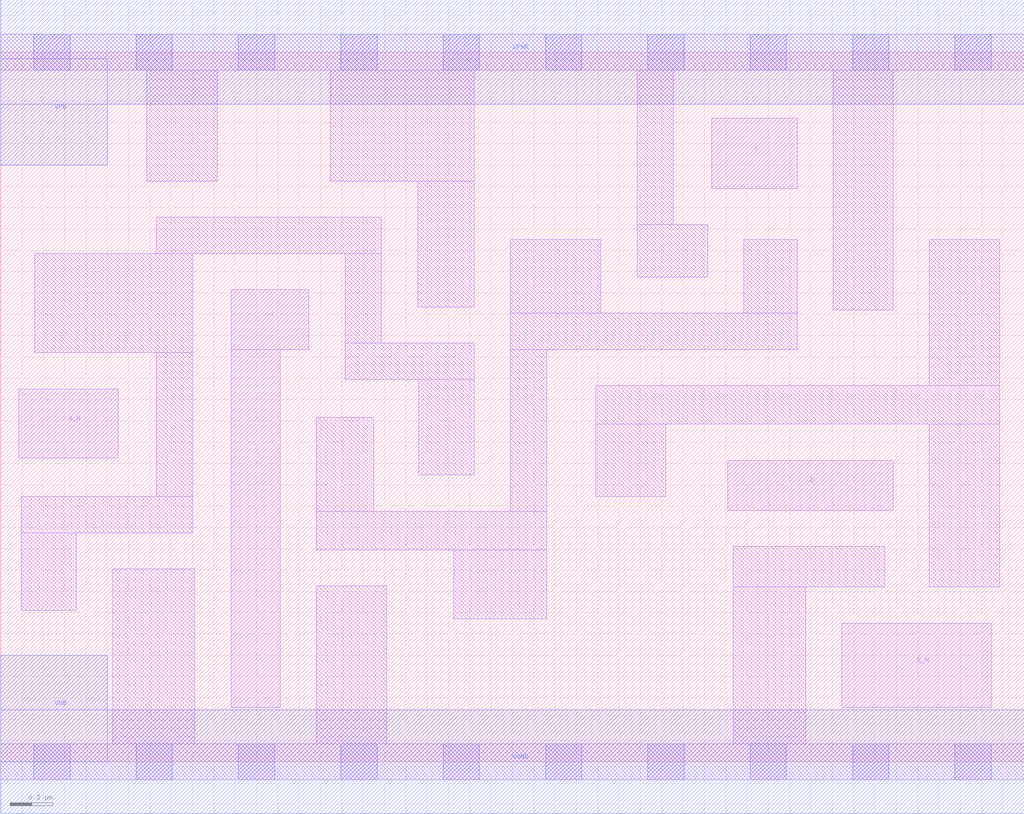
<source format=lef>
# Copyright 2020 The SkyWater PDK Authors
#
# Licensed under the Apache License, Version 2.0 (the "License");
# you may not use this file except in compliance with the License.
# You may obtain a copy of the License at
#
#     https://www.apache.org/licenses/LICENSE-2.0
#
# Unless required by applicable law or agreed to in writing, software
# distributed under the License is distributed on an "AS IS" BASIS,
# WITHOUT WARRANTIES OR CONDITIONS OF ANY KIND, either express or implied.
# See the License for the specific language governing permissions and
# limitations under the License.
#
# SPDX-License-Identifier: Apache-2.0

VERSION 5.5 ;
NAMESCASESENSITIVE ON ;
BUSBITCHARS "[]" ;
DIVIDERCHAR "/" ;
MACRO sky130_fd_sc_lp__and4bb_2
  CLASS CORE ;
  SOURCE USER ;
  ORIGIN  0.000000  0.000000 ;
  SIZE  4.800000 BY  3.330000 ;
  SYMMETRY X Y R90 ;
  SITE unit ;
  PIN A_N
    ANTENNAGATEAREA  0.126000 ;
    DIRECTION INPUT ;
    USE SIGNAL ;
    PORT
      LAYER li1 ;
        RECT 0.085000 1.425000 0.550000 1.750000 ;
    END
  END A_N
  PIN B_N
    ANTENNAGATEAREA  0.126000 ;
    DIRECTION INPUT ;
    USE SIGNAL ;
    PORT
      LAYER li1 ;
        RECT 3.945000 0.255000 4.645000 0.650000 ;
    END
  END B_N
  PIN C
    ANTENNAGATEAREA  0.126000 ;
    DIRECTION INPUT ;
    USE SIGNAL ;
    PORT
      LAYER li1 ;
        RECT 3.335000 2.690000 3.735000 3.020000 ;
    END
  END C
  PIN D
    ANTENNAGATEAREA  0.126000 ;
    DIRECTION INPUT ;
    USE SIGNAL ;
    PORT
      LAYER li1 ;
        RECT 3.410000 1.180000 4.185000 1.415000 ;
    END
  END D
  PIN X
    ANTENNADIFFAREA  0.588000 ;
    DIRECTION OUTPUT ;
    USE SIGNAL ;
    PORT
      LAYER li1 ;
        RECT 1.080000 0.255000 1.310000 1.935000 ;
        RECT 1.080000 1.935000 1.445000 2.215000 ;
    END
  END X
  PIN VGND
    DIRECTION INOUT ;
    USE GROUND ;
    PORT
      LAYER met1 ;
        RECT 0.000000 -0.245000 4.800000 0.245000 ;
    END
  END VGND
  PIN VNB
    DIRECTION INOUT ;
    USE GROUND ;
    PORT
      LAYER met1 ;
        RECT 0.000000 0.000000 0.500000 0.500000 ;
    END
  END VNB
  PIN VPB
    DIRECTION INOUT ;
    USE POWER ;
    PORT
      LAYER met1 ;
        RECT 0.000000 2.800000 0.500000 3.300000 ;
    END
  END VPB
  PIN VPWR
    DIRECTION INOUT ;
    USE POWER ;
    PORT
      LAYER met1 ;
        RECT 0.000000 3.085000 4.800000 3.575000 ;
    END
  END VPWR
  OBS
    LAYER li1 ;
      RECT 0.000000 -0.085000 4.800000 0.085000 ;
      RECT 0.000000  3.245000 4.800000 3.415000 ;
      RECT 0.095000  0.710000 0.355000 1.075000 ;
      RECT 0.095000  1.075000 0.900000 1.245000 ;
      RECT 0.160000  1.920000 0.900000 2.385000 ;
      RECT 0.525000  0.085000 0.910000 0.905000 ;
      RECT 0.685000  2.725000 1.015000 3.245000 ;
      RECT 0.730000  1.245000 0.900000 1.920000 ;
      RECT 0.730000  2.385000 1.785000 2.555000 ;
      RECT 1.480000  0.085000 1.810000 0.825000 ;
      RECT 1.480000  0.995000 2.560000 1.175000 ;
      RECT 1.480000  1.175000 1.750000 1.615000 ;
      RECT 1.545000  2.725000 2.220000 3.245000 ;
      RECT 1.615000  1.795000 2.220000 1.965000 ;
      RECT 1.615000  1.965000 1.785000 2.385000 ;
      RECT 1.955000  2.135000 2.220000 2.725000 ;
      RECT 1.960000  1.345000 2.220000 1.795000 ;
      RECT 2.125000  0.670000 2.560000 0.995000 ;
      RECT 2.390000  1.175000 2.560000 1.935000 ;
      RECT 2.390000  1.935000 3.735000 2.105000 ;
      RECT 2.390000  2.105000 2.815000 2.450000 ;
      RECT 2.790000  1.245000 3.120000 1.585000 ;
      RECT 2.790000  1.585000 4.685000 1.765000 ;
      RECT 2.985000  2.275000 3.315000 2.520000 ;
      RECT 2.985000  2.520000 3.155000 3.245000 ;
      RECT 3.435000  0.085000 3.775000 0.820000 ;
      RECT 3.435000  0.820000 4.145000 1.010000 ;
      RECT 3.485000  2.105000 3.735000 2.450000 ;
      RECT 3.905000  2.120000 4.185000 3.245000 ;
      RECT 4.355000  0.820000 4.685000 1.585000 ;
      RECT 4.355000  1.765000 4.685000 2.450000 ;
    LAYER mcon ;
      RECT 0.155000 -0.085000 0.325000 0.085000 ;
      RECT 0.155000  3.245000 0.325000 3.415000 ;
      RECT 0.635000 -0.085000 0.805000 0.085000 ;
      RECT 0.635000  3.245000 0.805000 3.415000 ;
      RECT 1.115000 -0.085000 1.285000 0.085000 ;
      RECT 1.115000  3.245000 1.285000 3.415000 ;
      RECT 1.595000 -0.085000 1.765000 0.085000 ;
      RECT 1.595000  3.245000 1.765000 3.415000 ;
      RECT 2.075000 -0.085000 2.245000 0.085000 ;
      RECT 2.075000  3.245000 2.245000 3.415000 ;
      RECT 2.555000 -0.085000 2.725000 0.085000 ;
      RECT 2.555000  3.245000 2.725000 3.415000 ;
      RECT 3.035000 -0.085000 3.205000 0.085000 ;
      RECT 3.035000  3.245000 3.205000 3.415000 ;
      RECT 3.515000 -0.085000 3.685000 0.085000 ;
      RECT 3.515000  3.245000 3.685000 3.415000 ;
      RECT 3.995000 -0.085000 4.165000 0.085000 ;
      RECT 3.995000  3.245000 4.165000 3.415000 ;
      RECT 4.475000 -0.085000 4.645000 0.085000 ;
      RECT 4.475000  3.245000 4.645000 3.415000 ;
  END
END sky130_fd_sc_lp__and4bb_2
END LIBRARY

</source>
